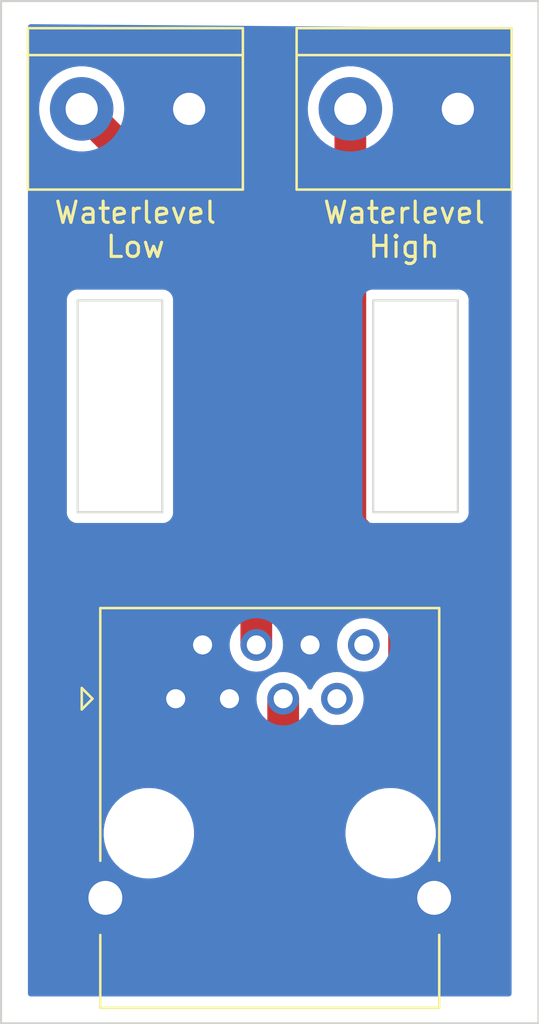
<source format=kicad_pcb>
(kicad_pcb (version 20211014) (generator pcbnew)
  (layers (0 "F.Cu" signal) (31 "B.Cu" signal) (34 "B.Paste" user) (35 "F.Paste" user) (36 "B.SilkS" user "B.Silkscreen") (37 "F.SilkS" user "F.Silkscreen") (38 "B.Mask" user) (39 "F.Mask" user) (44 "Edge.Cuts" user))
  (net 0 "")
  (net 1 "GND")
  (net 2 "Net-(J1-Pad2)")
  (net 3 "Net-(J2-Pad2)")
  (footprint "Connector_RJ:RJ45_Ninigi_GE" (layer "F.Cu") (at 128.905 74.845)
    (fp_text reference "J3" hide)
    (fp_text value "RJ45_Shielded" hide)
    (fp_line (start -3.933 0) (end -4.441 -0.508) (layer "F.SilkS") (width 0.12))
    (fp_line (start 12.455 14.59) (end -3.565 14.59) (layer "F.SilkS") (width 0.12))
    (fp_line (start 12.455 -4.28) (end -3.565 -4.28) (layer "F.SilkS") (width 0.12))
    (fp_line (start 12.455 -4.28) (end 12.455 7.65) (layer "F.SilkS") (width 0.12))
    (fp_line (start -4.441 -0.508) (end -4.441 0.508) (layer "F.SilkS") (width 0.12))
    (fp_line (start 12.455 11.15) (end 12.455 14.59) (layer "F.SilkS") (width 0.12))
    (fp_line (start -3.565 11.15) (end -3.565 14.59) (layer "F.SilkS") (width 0.12))
    (fp_line (start -4.441 0.508) (end -3.933 0) (layer "F.SilkS") (width 0.12))
    (fp_line (start -3.565 -4.28) (end -3.565 7.65) (layer "F.SilkS") (width 0.12))
    (pad "" np_thru_hole circle (at -1.27 6.35) (size 3.25 3.25) (drill 3.25) (layers *.Cu *.Mask))
    (pad "" np_thru_hole circle (at 10.16 6.35 180) (size 3.25 3.25) (drill 3.25) (layers *.Cu *.Mask))
    (pad "1" thru_hole rect (at 0 0 180) (size 1.5 1.5) (drill 0.9) (layers *.Cu *.Mask) (net 1 "GND"))
    (pad "2" thru_hole circle (at 1.27 -2.54 180) (size 1.5 1.5) (drill 0.9) (layers *.Cu *.Mask) (net 1 "GND"))
    (pad "3" thru_hole circle (at 2.54 0 180) (size 1.5 1.5) (drill 0.9) (layers *.Cu *.Mask) (net 1 "GND"))
    (pad "4" thru_hole circle (at 3.81 -2.54 180) (size 1.5 1.5) (drill 0.9) (layers *.Cu *.Mask) (net 2 "Net-(J1-Pad2)"))
    (pad "5" thru_hole circle (at 5.08 0 180) (size 1.5 1.5) (drill 0.9) (layers *.Cu *.Mask) (net 3 "Net-(J2-Pad2)"))
    (pad "6" thru_hole circle (at 6.35 -2.54 180) (size 1.5 1.5) (drill 0.9) (layers *.Cu *.Mask) (net 1 "GND"))
    (pad "7" thru_hole circle (at 7.62 0 180) (size 1.5 1.5) (drill 0.9) (layers *.Cu *.Mask))
    (pad "8" thru_hole circle (at 8.89 -2.54 180) (size 1.5 1.5) (drill 0.9) (layers *.Cu *.Mask))
    (pad "SH" thru_hole circle (at -3.325 9.4) (size 3 3) (drill 1.6) (layers *.Cu *.Mask) (net 1 "GND"))
    (pad "SH" thru_hole circle (at 12.215 9.4 180) (size 3 3) (drill 1.6) (layers *.Cu *.Mask) (net 1 "GND"))
  )
  (footprint "TerminalBlock:TerminalBlock_bornier-2_P5.08mm" (layer "F.Cu") (at 129.54 47 180)
    (fp_text reference "J1" hide)
    (fp_text value "Waterlevel Low" hide)
    (fp_line (start 7.62 3.81) (end 7.62 -3.81) (layer "F.SilkS") (width 0.12))
    (fp_line (start 7.62 -3.81) (end -2.54 -3.81) (layer "F.SilkS") (width 0.12))
    (fp_line (start -2.54 3.81) (end 7.62 3.81) (layer "F.SilkS") (width 0.12))
    (fp_line (start -2.54 -3.81) (end -2.54 3.81) (layer "F.SilkS") (width 0.12))
    (fp_line (start 7.62 2.54) (end -2.54 2.54) (layer "F.SilkS") (width 0.12))
    (pad "1" thru_hole rect (at 0 0 180) (size 3 3) (drill 1.52) (layers *.Cu *.Mask) (net 1 "GND"))
    (pad "2" thru_hole circle (at 5.08 0 180) (size 3 3) (drill 1.52) (layers *.Cu *.Mask) (net 2 "Net-(J1-Pad2)"))
  )
  (footprint "TerminalBlock:TerminalBlock_bornier-2_P5.08mm" (layer "F.Cu") (at 142.24 47 180)
    (fp_text reference "J2" hide)
    (fp_text value "Waterlevel High" hide)
    (fp_line (start -2.54 -3.81) (end -2.54 3.81) (layer "F.SilkS") (width 0.12))
    (fp_line (start 7.62 -3.81) (end -2.54 -3.81) (layer "F.SilkS") (width 0.12))
    (fp_line (start -2.54 3.81) (end 7.62 3.81) (layer "F.SilkS") (width 0.12))
    (fp_line (start 7.62 3.81) (end 7.62 -3.81) (layer "F.SilkS") (width 0.12))
    (fp_line (start 7.62 2.54) (end -2.54 2.54) (layer "F.SilkS") (width 0.12))
    (pad "1" thru_hole rect (at 0 0 180) (size 3 3) (drill 1.52) (layers *.Cu *.Mask) (net 1 "GND"))
    (pad "2" thru_hole circle (at 5.08 0 180) (size 3 3) (drill 1.52) (layers *.Cu *.Mask) (net 3 "Net-(J2-Pad2)"))
  )
  (gr_line (start 124.27 56.04) (end 128.27 56.04) (layer "Edge.Cuts") (width 0.1))
  (gr_line (start 142.24 66.04) (end 138.24 66.04) (layer "Edge.Cuts") (width 0.1))
  (gr_line (start 146.05 90.17) (end 120.65 90.17) (layer "Edge.Cuts") (width 0.1))
  (gr_line (start 124.27 66.04) (end 124.27 56.04) (layer "Edge.Cuts") (width 0.1))
  (gr_line (start 146.05 41.91) (end 146.05 90.17) (layer "Edge.Cuts") (width 0.1))
  (gr_line (start 128.27 66.04) (end 124.27 66.04) (layer "Edge.Cuts") (width 0.1))
  (gr_line (start 142.24 56.04) (end 142.24 66.04) (layer "Edge.Cuts") (width 0.1))
  (gr_line (start 120.65 90.17) (end 120.65 41.91) (layer "Edge.Cuts") (width 0.1))
  (gr_line (start 138.24 56.04) (end 142.24 56.04) (layer "Edge.Cuts") (width 0.1))
  (gr_line (start 120.65 41.91) (end 146.05 41.91) (layer "Edge.Cuts") (width 0.1))
  (gr_line (start 138.24 66.04) (end 138.24 56.04) (layer "Edge.Cuts") (width 0.1))
  (gr_line (start 128.27 56.04) (end 128.27 66.04) (layer "Edge.Cuts") (width 0.1))
  (gr_text "Waterlevel\nLow" (at 127 52.705) (layer "F.SilkS") (effects (font (size 1 1))))
  (gr_text "Waterlevel\nHigh" (at 139.7 52.705) (layer "F.SilkS") (effects (font (size 1 1))))
  (segment (start 132.715 72.305) (end 132.715 55.255) (width 1.5) (layer "F.Cu") (net 2))
  (segment (start 132.715 55.255) (end 124.46 47) (width 1.5) (layer "F.Cu") (net 2))
  (segment (start 133.985 76.2) (end 134.62 76.835) (width 1.5) (layer "F.Cu") (net 3))
  (segment (start 134.62 76.835) (end 138.43 76.835) (width 1.5) (layer "F.Cu") (net 3))
  (segment (start 133.985 74.845) (end 133.985 76.2) (width 1.5) (layer "F.Cu") (net 3))
  (segment (start 137.16 66.675) (end 137.16 47) (width 1.5) (layer "F.Cu") (net 3))
  (segment (start 139.7 69.215) (end 137.16 66.675) (width 1.5) (layer "F.Cu") (net 3))
  (segment (start 138.43 76.835) (end 139.7 75.565) (width 1.5) (layer "F.Cu") (net 3))
  (segment (start 139.7 75.565) (end 139.7 69.215) (width 1.5) (layer "F.Cu") (net 3))
  (zone (net 1) (net_name "GND") (layer "B.Cu") (connect_pads yes (clearance 0.508)) (min_thickness 0.254) (fill yes (thermal_gap 0.508) (thermal_bridge_width 0.508))
    (polygon (pts (xy 144.78 88.9) (xy 121.92 88.9) (xy 121.92 43) (xy 144.78 43.18)))
  )
)
</source>
